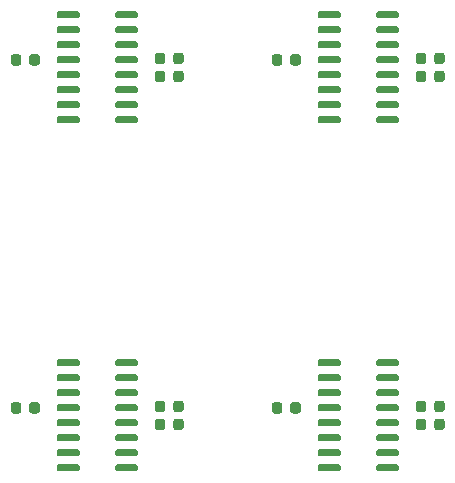
<source format=gtp>
%TF.GenerationSoftware,KiCad,Pcbnew,5.1.7-a382d34a8~87~ubuntu18.04.1*%
%TF.CreationDate,2021-05-06T09:45:45-07:00*%
%TF.ProjectId,multiplexer,6d756c74-6970-46c6-9578-65722e6b6963,rev?*%
%TF.SameCoordinates,Original*%
%TF.FileFunction,Paste,Top*%
%TF.FilePolarity,Positive*%
%FSLAX46Y46*%
G04 Gerber Fmt 4.6, Leading zero omitted, Abs format (unit mm)*
G04 Created by KiCad (PCBNEW 5.1.7-a382d34a8~87~ubuntu18.04.1) date 2021-05-06 09:45:45*
%MOMM*%
%LPD*%
G01*
G04 APERTURE LIST*
G04 APERTURE END LIST*
%TO.C,C1*%
G36*
G01*
X100909000Y-103755000D02*
X100909000Y-103255000D01*
G75*
G02*
X101134000Y-103030000I225000J0D01*
G01*
X101584000Y-103030000D01*
G75*
G02*
X101809000Y-103255000I0J-225000D01*
G01*
X101809000Y-103755000D01*
G75*
G02*
X101584000Y-103980000I-225000J0D01*
G01*
X101134000Y-103980000D01*
G75*
G02*
X100909000Y-103755000I0J225000D01*
G01*
G37*
G36*
G01*
X99359000Y-103755000D02*
X99359000Y-103255000D01*
G75*
G02*
X99584000Y-103030000I225000J0D01*
G01*
X100034000Y-103030000D01*
G75*
G02*
X100259000Y-103255000I0J-225000D01*
G01*
X100259000Y-103755000D01*
G75*
G02*
X100034000Y-103980000I-225000J0D01*
G01*
X99584000Y-103980000D01*
G75*
G02*
X99359000Y-103755000I0J225000D01*
G01*
G37*
%TD*%
%TO.C,C2*%
G36*
G01*
X100909000Y-133219000D02*
X100909000Y-132719000D01*
G75*
G02*
X101134000Y-132494000I225000J0D01*
G01*
X101584000Y-132494000D01*
G75*
G02*
X101809000Y-132719000I0J-225000D01*
G01*
X101809000Y-133219000D01*
G75*
G02*
X101584000Y-133444000I-225000J0D01*
G01*
X101134000Y-133444000D01*
G75*
G02*
X100909000Y-133219000I0J225000D01*
G01*
G37*
G36*
G01*
X99359000Y-133219000D02*
X99359000Y-132719000D01*
G75*
G02*
X99584000Y-132494000I225000J0D01*
G01*
X100034000Y-132494000D01*
G75*
G02*
X100259000Y-132719000I0J-225000D01*
G01*
X100259000Y-133219000D01*
G75*
G02*
X100034000Y-133444000I-225000J0D01*
G01*
X99584000Y-133444000D01*
G75*
G02*
X99359000Y-133219000I0J225000D01*
G01*
G37*
%TD*%
%TO.C,C3*%
G36*
G01*
X111551000Y-103628000D02*
X111551000Y-103128000D01*
G75*
G02*
X111776000Y-102903000I225000J0D01*
G01*
X112226000Y-102903000D01*
G75*
G02*
X112451000Y-103128000I0J-225000D01*
G01*
X112451000Y-103628000D01*
G75*
G02*
X112226000Y-103853000I-225000J0D01*
G01*
X111776000Y-103853000D01*
G75*
G02*
X111551000Y-103628000I0J225000D01*
G01*
G37*
G36*
G01*
X113101000Y-103628000D02*
X113101000Y-103128000D01*
G75*
G02*
X113326000Y-102903000I225000J0D01*
G01*
X113776000Y-102903000D01*
G75*
G02*
X114001000Y-103128000I0J-225000D01*
G01*
X114001000Y-103628000D01*
G75*
G02*
X113776000Y-103853000I-225000J0D01*
G01*
X113326000Y-103853000D01*
G75*
G02*
X113101000Y-103628000I0J225000D01*
G01*
G37*
%TD*%
%TO.C,C4*%
G36*
G01*
X111551000Y-133092000D02*
X111551000Y-132592000D01*
G75*
G02*
X111776000Y-132367000I225000J0D01*
G01*
X112226000Y-132367000D01*
G75*
G02*
X112451000Y-132592000I0J-225000D01*
G01*
X112451000Y-133092000D01*
G75*
G02*
X112226000Y-133317000I-225000J0D01*
G01*
X111776000Y-133317000D01*
G75*
G02*
X111551000Y-133092000I0J225000D01*
G01*
G37*
G36*
G01*
X113101000Y-133092000D02*
X113101000Y-132592000D01*
G75*
G02*
X113326000Y-132367000I225000J0D01*
G01*
X113776000Y-132367000D01*
G75*
G02*
X114001000Y-132592000I0J-225000D01*
G01*
X114001000Y-133092000D01*
G75*
G02*
X113776000Y-133317000I-225000J0D01*
G01*
X113326000Y-133317000D01*
G75*
G02*
X113101000Y-133092000I0J225000D01*
G01*
G37*
%TD*%
%TO.C,C5*%
G36*
G01*
X123007000Y-103755000D02*
X123007000Y-103255000D01*
G75*
G02*
X123232000Y-103030000I225000J0D01*
G01*
X123682000Y-103030000D01*
G75*
G02*
X123907000Y-103255000I0J-225000D01*
G01*
X123907000Y-103755000D01*
G75*
G02*
X123682000Y-103980000I-225000J0D01*
G01*
X123232000Y-103980000D01*
G75*
G02*
X123007000Y-103755000I0J225000D01*
G01*
G37*
G36*
G01*
X121457000Y-103755000D02*
X121457000Y-103255000D01*
G75*
G02*
X121682000Y-103030000I225000J0D01*
G01*
X122132000Y-103030000D01*
G75*
G02*
X122357000Y-103255000I0J-225000D01*
G01*
X122357000Y-103755000D01*
G75*
G02*
X122132000Y-103980000I-225000J0D01*
G01*
X121682000Y-103980000D01*
G75*
G02*
X121457000Y-103755000I0J225000D01*
G01*
G37*
%TD*%
%TO.C,C6*%
G36*
G01*
X121457000Y-133219000D02*
X121457000Y-132719000D01*
G75*
G02*
X121682000Y-132494000I225000J0D01*
G01*
X122132000Y-132494000D01*
G75*
G02*
X122357000Y-132719000I0J-225000D01*
G01*
X122357000Y-133219000D01*
G75*
G02*
X122132000Y-133444000I-225000J0D01*
G01*
X121682000Y-133444000D01*
G75*
G02*
X121457000Y-133219000I0J225000D01*
G01*
G37*
G36*
G01*
X123007000Y-133219000D02*
X123007000Y-132719000D01*
G75*
G02*
X123232000Y-132494000I225000J0D01*
G01*
X123682000Y-132494000D01*
G75*
G02*
X123907000Y-132719000I0J-225000D01*
G01*
X123907000Y-133219000D01*
G75*
G02*
X123682000Y-133444000I-225000J0D01*
G01*
X123232000Y-133444000D01*
G75*
G02*
X123007000Y-133219000I0J225000D01*
G01*
G37*
%TD*%
%TO.C,C7*%
G36*
G01*
X133649000Y-103628000D02*
X133649000Y-103128000D01*
G75*
G02*
X133874000Y-102903000I225000J0D01*
G01*
X134324000Y-102903000D01*
G75*
G02*
X134549000Y-103128000I0J-225000D01*
G01*
X134549000Y-103628000D01*
G75*
G02*
X134324000Y-103853000I-225000J0D01*
G01*
X133874000Y-103853000D01*
G75*
G02*
X133649000Y-103628000I0J225000D01*
G01*
G37*
G36*
G01*
X135199000Y-103628000D02*
X135199000Y-103128000D01*
G75*
G02*
X135424000Y-102903000I225000J0D01*
G01*
X135874000Y-102903000D01*
G75*
G02*
X136099000Y-103128000I0J-225000D01*
G01*
X136099000Y-103628000D01*
G75*
G02*
X135874000Y-103853000I-225000J0D01*
G01*
X135424000Y-103853000D01*
G75*
G02*
X135199000Y-103628000I0J225000D01*
G01*
G37*
%TD*%
%TO.C,C8*%
G36*
G01*
X135199000Y-133092000D02*
X135199000Y-132592000D01*
G75*
G02*
X135424000Y-132367000I225000J0D01*
G01*
X135874000Y-132367000D01*
G75*
G02*
X136099000Y-132592000I0J-225000D01*
G01*
X136099000Y-133092000D01*
G75*
G02*
X135874000Y-133317000I-225000J0D01*
G01*
X135424000Y-133317000D01*
G75*
G02*
X135199000Y-133092000I0J225000D01*
G01*
G37*
G36*
G01*
X133649000Y-133092000D02*
X133649000Y-132592000D01*
G75*
G02*
X133874000Y-132367000I225000J0D01*
G01*
X134324000Y-132367000D01*
G75*
G02*
X134549000Y-132592000I0J-225000D01*
G01*
X134549000Y-133092000D01*
G75*
G02*
X134324000Y-133317000I-225000J0D01*
G01*
X133874000Y-133317000D01*
G75*
G02*
X133649000Y-133092000I0J225000D01*
G01*
G37*
%TD*%
%TO.C,C9*%
G36*
G01*
X111551000Y-105152000D02*
X111551000Y-104652000D01*
G75*
G02*
X111776000Y-104427000I225000J0D01*
G01*
X112226000Y-104427000D01*
G75*
G02*
X112451000Y-104652000I0J-225000D01*
G01*
X112451000Y-105152000D01*
G75*
G02*
X112226000Y-105377000I-225000J0D01*
G01*
X111776000Y-105377000D01*
G75*
G02*
X111551000Y-105152000I0J225000D01*
G01*
G37*
G36*
G01*
X113101000Y-105152000D02*
X113101000Y-104652000D01*
G75*
G02*
X113326000Y-104427000I225000J0D01*
G01*
X113776000Y-104427000D01*
G75*
G02*
X114001000Y-104652000I0J-225000D01*
G01*
X114001000Y-105152000D01*
G75*
G02*
X113776000Y-105377000I-225000J0D01*
G01*
X113326000Y-105377000D01*
G75*
G02*
X113101000Y-105152000I0J225000D01*
G01*
G37*
%TD*%
%TO.C,C10*%
G36*
G01*
X113101000Y-134616000D02*
X113101000Y-134116000D01*
G75*
G02*
X113326000Y-133891000I225000J0D01*
G01*
X113776000Y-133891000D01*
G75*
G02*
X114001000Y-134116000I0J-225000D01*
G01*
X114001000Y-134616000D01*
G75*
G02*
X113776000Y-134841000I-225000J0D01*
G01*
X113326000Y-134841000D01*
G75*
G02*
X113101000Y-134616000I0J225000D01*
G01*
G37*
G36*
G01*
X111551000Y-134616000D02*
X111551000Y-134116000D01*
G75*
G02*
X111776000Y-133891000I225000J0D01*
G01*
X112226000Y-133891000D01*
G75*
G02*
X112451000Y-134116000I0J-225000D01*
G01*
X112451000Y-134616000D01*
G75*
G02*
X112226000Y-134841000I-225000J0D01*
G01*
X111776000Y-134841000D01*
G75*
G02*
X111551000Y-134616000I0J225000D01*
G01*
G37*
%TD*%
%TO.C,C11*%
G36*
G01*
X133649000Y-105152000D02*
X133649000Y-104652000D01*
G75*
G02*
X133874000Y-104427000I225000J0D01*
G01*
X134324000Y-104427000D01*
G75*
G02*
X134549000Y-104652000I0J-225000D01*
G01*
X134549000Y-105152000D01*
G75*
G02*
X134324000Y-105377000I-225000J0D01*
G01*
X133874000Y-105377000D01*
G75*
G02*
X133649000Y-105152000I0J225000D01*
G01*
G37*
G36*
G01*
X135199000Y-105152000D02*
X135199000Y-104652000D01*
G75*
G02*
X135424000Y-104427000I225000J0D01*
G01*
X135874000Y-104427000D01*
G75*
G02*
X136099000Y-104652000I0J-225000D01*
G01*
X136099000Y-105152000D01*
G75*
G02*
X135874000Y-105377000I-225000J0D01*
G01*
X135424000Y-105377000D01*
G75*
G02*
X135199000Y-105152000I0J225000D01*
G01*
G37*
%TD*%
%TO.C,C12*%
G36*
G01*
X135199000Y-134616000D02*
X135199000Y-134116000D01*
G75*
G02*
X135424000Y-133891000I225000J0D01*
G01*
X135874000Y-133891000D01*
G75*
G02*
X136099000Y-134116000I0J-225000D01*
G01*
X136099000Y-134616000D01*
G75*
G02*
X135874000Y-134841000I-225000J0D01*
G01*
X135424000Y-134841000D01*
G75*
G02*
X135199000Y-134616000I0J225000D01*
G01*
G37*
G36*
G01*
X133649000Y-134616000D02*
X133649000Y-134116000D01*
G75*
G02*
X133874000Y-133891000I225000J0D01*
G01*
X134324000Y-133891000D01*
G75*
G02*
X134549000Y-134116000I0J-225000D01*
G01*
X134549000Y-134616000D01*
G75*
G02*
X134324000Y-134841000I-225000J0D01*
G01*
X133874000Y-134841000D01*
G75*
G02*
X133649000Y-134616000I0J225000D01*
G01*
G37*
%TD*%
%TO.C,U1*%
G36*
G01*
X108180000Y-99845000D02*
X108180000Y-99545000D01*
G75*
G02*
X108330000Y-99395000I150000J0D01*
G01*
X109980000Y-99395000D01*
G75*
G02*
X110130000Y-99545000I0J-150000D01*
G01*
X110130000Y-99845000D01*
G75*
G02*
X109980000Y-99995000I-150000J0D01*
G01*
X108330000Y-99995000D01*
G75*
G02*
X108180000Y-99845000I0J150000D01*
G01*
G37*
G36*
G01*
X108180000Y-101115000D02*
X108180000Y-100815000D01*
G75*
G02*
X108330000Y-100665000I150000J0D01*
G01*
X109980000Y-100665000D01*
G75*
G02*
X110130000Y-100815000I0J-150000D01*
G01*
X110130000Y-101115000D01*
G75*
G02*
X109980000Y-101265000I-150000J0D01*
G01*
X108330000Y-101265000D01*
G75*
G02*
X108180000Y-101115000I0J150000D01*
G01*
G37*
G36*
G01*
X108180000Y-102385000D02*
X108180000Y-102085000D01*
G75*
G02*
X108330000Y-101935000I150000J0D01*
G01*
X109980000Y-101935000D01*
G75*
G02*
X110130000Y-102085000I0J-150000D01*
G01*
X110130000Y-102385000D01*
G75*
G02*
X109980000Y-102535000I-150000J0D01*
G01*
X108330000Y-102535000D01*
G75*
G02*
X108180000Y-102385000I0J150000D01*
G01*
G37*
G36*
G01*
X108180000Y-103655000D02*
X108180000Y-103355000D01*
G75*
G02*
X108330000Y-103205000I150000J0D01*
G01*
X109980000Y-103205000D01*
G75*
G02*
X110130000Y-103355000I0J-150000D01*
G01*
X110130000Y-103655000D01*
G75*
G02*
X109980000Y-103805000I-150000J0D01*
G01*
X108330000Y-103805000D01*
G75*
G02*
X108180000Y-103655000I0J150000D01*
G01*
G37*
G36*
G01*
X108180000Y-104925000D02*
X108180000Y-104625000D01*
G75*
G02*
X108330000Y-104475000I150000J0D01*
G01*
X109980000Y-104475000D01*
G75*
G02*
X110130000Y-104625000I0J-150000D01*
G01*
X110130000Y-104925000D01*
G75*
G02*
X109980000Y-105075000I-150000J0D01*
G01*
X108330000Y-105075000D01*
G75*
G02*
X108180000Y-104925000I0J150000D01*
G01*
G37*
G36*
G01*
X108180000Y-106195000D02*
X108180000Y-105895000D01*
G75*
G02*
X108330000Y-105745000I150000J0D01*
G01*
X109980000Y-105745000D01*
G75*
G02*
X110130000Y-105895000I0J-150000D01*
G01*
X110130000Y-106195000D01*
G75*
G02*
X109980000Y-106345000I-150000J0D01*
G01*
X108330000Y-106345000D01*
G75*
G02*
X108180000Y-106195000I0J150000D01*
G01*
G37*
G36*
G01*
X108180000Y-107465000D02*
X108180000Y-107165000D01*
G75*
G02*
X108330000Y-107015000I150000J0D01*
G01*
X109980000Y-107015000D01*
G75*
G02*
X110130000Y-107165000I0J-150000D01*
G01*
X110130000Y-107465000D01*
G75*
G02*
X109980000Y-107615000I-150000J0D01*
G01*
X108330000Y-107615000D01*
G75*
G02*
X108180000Y-107465000I0J150000D01*
G01*
G37*
G36*
G01*
X108180000Y-108735000D02*
X108180000Y-108435000D01*
G75*
G02*
X108330000Y-108285000I150000J0D01*
G01*
X109980000Y-108285000D01*
G75*
G02*
X110130000Y-108435000I0J-150000D01*
G01*
X110130000Y-108735000D01*
G75*
G02*
X109980000Y-108885000I-150000J0D01*
G01*
X108330000Y-108885000D01*
G75*
G02*
X108180000Y-108735000I0J150000D01*
G01*
G37*
G36*
G01*
X103230000Y-108735000D02*
X103230000Y-108435000D01*
G75*
G02*
X103380000Y-108285000I150000J0D01*
G01*
X105030000Y-108285000D01*
G75*
G02*
X105180000Y-108435000I0J-150000D01*
G01*
X105180000Y-108735000D01*
G75*
G02*
X105030000Y-108885000I-150000J0D01*
G01*
X103380000Y-108885000D01*
G75*
G02*
X103230000Y-108735000I0J150000D01*
G01*
G37*
G36*
G01*
X103230000Y-107465000D02*
X103230000Y-107165000D01*
G75*
G02*
X103380000Y-107015000I150000J0D01*
G01*
X105030000Y-107015000D01*
G75*
G02*
X105180000Y-107165000I0J-150000D01*
G01*
X105180000Y-107465000D01*
G75*
G02*
X105030000Y-107615000I-150000J0D01*
G01*
X103380000Y-107615000D01*
G75*
G02*
X103230000Y-107465000I0J150000D01*
G01*
G37*
G36*
G01*
X103230000Y-106195000D02*
X103230000Y-105895000D01*
G75*
G02*
X103380000Y-105745000I150000J0D01*
G01*
X105030000Y-105745000D01*
G75*
G02*
X105180000Y-105895000I0J-150000D01*
G01*
X105180000Y-106195000D01*
G75*
G02*
X105030000Y-106345000I-150000J0D01*
G01*
X103380000Y-106345000D01*
G75*
G02*
X103230000Y-106195000I0J150000D01*
G01*
G37*
G36*
G01*
X103230000Y-104925000D02*
X103230000Y-104625000D01*
G75*
G02*
X103380000Y-104475000I150000J0D01*
G01*
X105030000Y-104475000D01*
G75*
G02*
X105180000Y-104625000I0J-150000D01*
G01*
X105180000Y-104925000D01*
G75*
G02*
X105030000Y-105075000I-150000J0D01*
G01*
X103380000Y-105075000D01*
G75*
G02*
X103230000Y-104925000I0J150000D01*
G01*
G37*
G36*
G01*
X103230000Y-103655000D02*
X103230000Y-103355000D01*
G75*
G02*
X103380000Y-103205000I150000J0D01*
G01*
X105030000Y-103205000D01*
G75*
G02*
X105180000Y-103355000I0J-150000D01*
G01*
X105180000Y-103655000D01*
G75*
G02*
X105030000Y-103805000I-150000J0D01*
G01*
X103380000Y-103805000D01*
G75*
G02*
X103230000Y-103655000I0J150000D01*
G01*
G37*
G36*
G01*
X103230000Y-102385000D02*
X103230000Y-102085000D01*
G75*
G02*
X103380000Y-101935000I150000J0D01*
G01*
X105030000Y-101935000D01*
G75*
G02*
X105180000Y-102085000I0J-150000D01*
G01*
X105180000Y-102385000D01*
G75*
G02*
X105030000Y-102535000I-150000J0D01*
G01*
X103380000Y-102535000D01*
G75*
G02*
X103230000Y-102385000I0J150000D01*
G01*
G37*
G36*
G01*
X103230000Y-101115000D02*
X103230000Y-100815000D01*
G75*
G02*
X103380000Y-100665000I150000J0D01*
G01*
X105030000Y-100665000D01*
G75*
G02*
X105180000Y-100815000I0J-150000D01*
G01*
X105180000Y-101115000D01*
G75*
G02*
X105030000Y-101265000I-150000J0D01*
G01*
X103380000Y-101265000D01*
G75*
G02*
X103230000Y-101115000I0J150000D01*
G01*
G37*
G36*
G01*
X103230000Y-99845000D02*
X103230000Y-99545000D01*
G75*
G02*
X103380000Y-99395000I150000J0D01*
G01*
X105030000Y-99395000D01*
G75*
G02*
X105180000Y-99545000I0J-150000D01*
G01*
X105180000Y-99845000D01*
G75*
G02*
X105030000Y-99995000I-150000J0D01*
G01*
X103380000Y-99995000D01*
G75*
G02*
X103230000Y-99845000I0J150000D01*
G01*
G37*
%TD*%
%TO.C,U2*%
G36*
G01*
X108180000Y-129309000D02*
X108180000Y-129009000D01*
G75*
G02*
X108330000Y-128859000I150000J0D01*
G01*
X109980000Y-128859000D01*
G75*
G02*
X110130000Y-129009000I0J-150000D01*
G01*
X110130000Y-129309000D01*
G75*
G02*
X109980000Y-129459000I-150000J0D01*
G01*
X108330000Y-129459000D01*
G75*
G02*
X108180000Y-129309000I0J150000D01*
G01*
G37*
G36*
G01*
X108180000Y-130579000D02*
X108180000Y-130279000D01*
G75*
G02*
X108330000Y-130129000I150000J0D01*
G01*
X109980000Y-130129000D01*
G75*
G02*
X110130000Y-130279000I0J-150000D01*
G01*
X110130000Y-130579000D01*
G75*
G02*
X109980000Y-130729000I-150000J0D01*
G01*
X108330000Y-130729000D01*
G75*
G02*
X108180000Y-130579000I0J150000D01*
G01*
G37*
G36*
G01*
X108180000Y-131849000D02*
X108180000Y-131549000D01*
G75*
G02*
X108330000Y-131399000I150000J0D01*
G01*
X109980000Y-131399000D01*
G75*
G02*
X110130000Y-131549000I0J-150000D01*
G01*
X110130000Y-131849000D01*
G75*
G02*
X109980000Y-131999000I-150000J0D01*
G01*
X108330000Y-131999000D01*
G75*
G02*
X108180000Y-131849000I0J150000D01*
G01*
G37*
G36*
G01*
X108180000Y-133119000D02*
X108180000Y-132819000D01*
G75*
G02*
X108330000Y-132669000I150000J0D01*
G01*
X109980000Y-132669000D01*
G75*
G02*
X110130000Y-132819000I0J-150000D01*
G01*
X110130000Y-133119000D01*
G75*
G02*
X109980000Y-133269000I-150000J0D01*
G01*
X108330000Y-133269000D01*
G75*
G02*
X108180000Y-133119000I0J150000D01*
G01*
G37*
G36*
G01*
X108180000Y-134389000D02*
X108180000Y-134089000D01*
G75*
G02*
X108330000Y-133939000I150000J0D01*
G01*
X109980000Y-133939000D01*
G75*
G02*
X110130000Y-134089000I0J-150000D01*
G01*
X110130000Y-134389000D01*
G75*
G02*
X109980000Y-134539000I-150000J0D01*
G01*
X108330000Y-134539000D01*
G75*
G02*
X108180000Y-134389000I0J150000D01*
G01*
G37*
G36*
G01*
X108180000Y-135659000D02*
X108180000Y-135359000D01*
G75*
G02*
X108330000Y-135209000I150000J0D01*
G01*
X109980000Y-135209000D01*
G75*
G02*
X110130000Y-135359000I0J-150000D01*
G01*
X110130000Y-135659000D01*
G75*
G02*
X109980000Y-135809000I-150000J0D01*
G01*
X108330000Y-135809000D01*
G75*
G02*
X108180000Y-135659000I0J150000D01*
G01*
G37*
G36*
G01*
X108180000Y-136929000D02*
X108180000Y-136629000D01*
G75*
G02*
X108330000Y-136479000I150000J0D01*
G01*
X109980000Y-136479000D01*
G75*
G02*
X110130000Y-136629000I0J-150000D01*
G01*
X110130000Y-136929000D01*
G75*
G02*
X109980000Y-137079000I-150000J0D01*
G01*
X108330000Y-137079000D01*
G75*
G02*
X108180000Y-136929000I0J150000D01*
G01*
G37*
G36*
G01*
X108180000Y-138199000D02*
X108180000Y-137899000D01*
G75*
G02*
X108330000Y-137749000I150000J0D01*
G01*
X109980000Y-137749000D01*
G75*
G02*
X110130000Y-137899000I0J-150000D01*
G01*
X110130000Y-138199000D01*
G75*
G02*
X109980000Y-138349000I-150000J0D01*
G01*
X108330000Y-138349000D01*
G75*
G02*
X108180000Y-138199000I0J150000D01*
G01*
G37*
G36*
G01*
X103230000Y-138199000D02*
X103230000Y-137899000D01*
G75*
G02*
X103380000Y-137749000I150000J0D01*
G01*
X105030000Y-137749000D01*
G75*
G02*
X105180000Y-137899000I0J-150000D01*
G01*
X105180000Y-138199000D01*
G75*
G02*
X105030000Y-138349000I-150000J0D01*
G01*
X103380000Y-138349000D01*
G75*
G02*
X103230000Y-138199000I0J150000D01*
G01*
G37*
G36*
G01*
X103230000Y-136929000D02*
X103230000Y-136629000D01*
G75*
G02*
X103380000Y-136479000I150000J0D01*
G01*
X105030000Y-136479000D01*
G75*
G02*
X105180000Y-136629000I0J-150000D01*
G01*
X105180000Y-136929000D01*
G75*
G02*
X105030000Y-137079000I-150000J0D01*
G01*
X103380000Y-137079000D01*
G75*
G02*
X103230000Y-136929000I0J150000D01*
G01*
G37*
G36*
G01*
X103230000Y-135659000D02*
X103230000Y-135359000D01*
G75*
G02*
X103380000Y-135209000I150000J0D01*
G01*
X105030000Y-135209000D01*
G75*
G02*
X105180000Y-135359000I0J-150000D01*
G01*
X105180000Y-135659000D01*
G75*
G02*
X105030000Y-135809000I-150000J0D01*
G01*
X103380000Y-135809000D01*
G75*
G02*
X103230000Y-135659000I0J150000D01*
G01*
G37*
G36*
G01*
X103230000Y-134389000D02*
X103230000Y-134089000D01*
G75*
G02*
X103380000Y-133939000I150000J0D01*
G01*
X105030000Y-133939000D01*
G75*
G02*
X105180000Y-134089000I0J-150000D01*
G01*
X105180000Y-134389000D01*
G75*
G02*
X105030000Y-134539000I-150000J0D01*
G01*
X103380000Y-134539000D01*
G75*
G02*
X103230000Y-134389000I0J150000D01*
G01*
G37*
G36*
G01*
X103230000Y-133119000D02*
X103230000Y-132819000D01*
G75*
G02*
X103380000Y-132669000I150000J0D01*
G01*
X105030000Y-132669000D01*
G75*
G02*
X105180000Y-132819000I0J-150000D01*
G01*
X105180000Y-133119000D01*
G75*
G02*
X105030000Y-133269000I-150000J0D01*
G01*
X103380000Y-133269000D01*
G75*
G02*
X103230000Y-133119000I0J150000D01*
G01*
G37*
G36*
G01*
X103230000Y-131849000D02*
X103230000Y-131549000D01*
G75*
G02*
X103380000Y-131399000I150000J0D01*
G01*
X105030000Y-131399000D01*
G75*
G02*
X105180000Y-131549000I0J-150000D01*
G01*
X105180000Y-131849000D01*
G75*
G02*
X105030000Y-131999000I-150000J0D01*
G01*
X103380000Y-131999000D01*
G75*
G02*
X103230000Y-131849000I0J150000D01*
G01*
G37*
G36*
G01*
X103230000Y-130579000D02*
X103230000Y-130279000D01*
G75*
G02*
X103380000Y-130129000I150000J0D01*
G01*
X105030000Y-130129000D01*
G75*
G02*
X105180000Y-130279000I0J-150000D01*
G01*
X105180000Y-130579000D01*
G75*
G02*
X105030000Y-130729000I-150000J0D01*
G01*
X103380000Y-130729000D01*
G75*
G02*
X103230000Y-130579000I0J150000D01*
G01*
G37*
G36*
G01*
X103230000Y-129309000D02*
X103230000Y-129009000D01*
G75*
G02*
X103380000Y-128859000I150000J0D01*
G01*
X105030000Y-128859000D01*
G75*
G02*
X105180000Y-129009000I0J-150000D01*
G01*
X105180000Y-129309000D01*
G75*
G02*
X105030000Y-129459000I-150000J0D01*
G01*
X103380000Y-129459000D01*
G75*
G02*
X103230000Y-129309000I0J150000D01*
G01*
G37*
%TD*%
%TO.C,U3*%
G36*
G01*
X125328000Y-99845000D02*
X125328000Y-99545000D01*
G75*
G02*
X125478000Y-99395000I150000J0D01*
G01*
X127128000Y-99395000D01*
G75*
G02*
X127278000Y-99545000I0J-150000D01*
G01*
X127278000Y-99845000D01*
G75*
G02*
X127128000Y-99995000I-150000J0D01*
G01*
X125478000Y-99995000D01*
G75*
G02*
X125328000Y-99845000I0J150000D01*
G01*
G37*
G36*
G01*
X125328000Y-101115000D02*
X125328000Y-100815000D01*
G75*
G02*
X125478000Y-100665000I150000J0D01*
G01*
X127128000Y-100665000D01*
G75*
G02*
X127278000Y-100815000I0J-150000D01*
G01*
X127278000Y-101115000D01*
G75*
G02*
X127128000Y-101265000I-150000J0D01*
G01*
X125478000Y-101265000D01*
G75*
G02*
X125328000Y-101115000I0J150000D01*
G01*
G37*
G36*
G01*
X125328000Y-102385000D02*
X125328000Y-102085000D01*
G75*
G02*
X125478000Y-101935000I150000J0D01*
G01*
X127128000Y-101935000D01*
G75*
G02*
X127278000Y-102085000I0J-150000D01*
G01*
X127278000Y-102385000D01*
G75*
G02*
X127128000Y-102535000I-150000J0D01*
G01*
X125478000Y-102535000D01*
G75*
G02*
X125328000Y-102385000I0J150000D01*
G01*
G37*
G36*
G01*
X125328000Y-103655000D02*
X125328000Y-103355000D01*
G75*
G02*
X125478000Y-103205000I150000J0D01*
G01*
X127128000Y-103205000D01*
G75*
G02*
X127278000Y-103355000I0J-150000D01*
G01*
X127278000Y-103655000D01*
G75*
G02*
X127128000Y-103805000I-150000J0D01*
G01*
X125478000Y-103805000D01*
G75*
G02*
X125328000Y-103655000I0J150000D01*
G01*
G37*
G36*
G01*
X125328000Y-104925000D02*
X125328000Y-104625000D01*
G75*
G02*
X125478000Y-104475000I150000J0D01*
G01*
X127128000Y-104475000D01*
G75*
G02*
X127278000Y-104625000I0J-150000D01*
G01*
X127278000Y-104925000D01*
G75*
G02*
X127128000Y-105075000I-150000J0D01*
G01*
X125478000Y-105075000D01*
G75*
G02*
X125328000Y-104925000I0J150000D01*
G01*
G37*
G36*
G01*
X125328000Y-106195000D02*
X125328000Y-105895000D01*
G75*
G02*
X125478000Y-105745000I150000J0D01*
G01*
X127128000Y-105745000D01*
G75*
G02*
X127278000Y-105895000I0J-150000D01*
G01*
X127278000Y-106195000D01*
G75*
G02*
X127128000Y-106345000I-150000J0D01*
G01*
X125478000Y-106345000D01*
G75*
G02*
X125328000Y-106195000I0J150000D01*
G01*
G37*
G36*
G01*
X125328000Y-107465000D02*
X125328000Y-107165000D01*
G75*
G02*
X125478000Y-107015000I150000J0D01*
G01*
X127128000Y-107015000D01*
G75*
G02*
X127278000Y-107165000I0J-150000D01*
G01*
X127278000Y-107465000D01*
G75*
G02*
X127128000Y-107615000I-150000J0D01*
G01*
X125478000Y-107615000D01*
G75*
G02*
X125328000Y-107465000I0J150000D01*
G01*
G37*
G36*
G01*
X125328000Y-108735000D02*
X125328000Y-108435000D01*
G75*
G02*
X125478000Y-108285000I150000J0D01*
G01*
X127128000Y-108285000D01*
G75*
G02*
X127278000Y-108435000I0J-150000D01*
G01*
X127278000Y-108735000D01*
G75*
G02*
X127128000Y-108885000I-150000J0D01*
G01*
X125478000Y-108885000D01*
G75*
G02*
X125328000Y-108735000I0J150000D01*
G01*
G37*
G36*
G01*
X130278000Y-108735000D02*
X130278000Y-108435000D01*
G75*
G02*
X130428000Y-108285000I150000J0D01*
G01*
X132078000Y-108285000D01*
G75*
G02*
X132228000Y-108435000I0J-150000D01*
G01*
X132228000Y-108735000D01*
G75*
G02*
X132078000Y-108885000I-150000J0D01*
G01*
X130428000Y-108885000D01*
G75*
G02*
X130278000Y-108735000I0J150000D01*
G01*
G37*
G36*
G01*
X130278000Y-107465000D02*
X130278000Y-107165000D01*
G75*
G02*
X130428000Y-107015000I150000J0D01*
G01*
X132078000Y-107015000D01*
G75*
G02*
X132228000Y-107165000I0J-150000D01*
G01*
X132228000Y-107465000D01*
G75*
G02*
X132078000Y-107615000I-150000J0D01*
G01*
X130428000Y-107615000D01*
G75*
G02*
X130278000Y-107465000I0J150000D01*
G01*
G37*
G36*
G01*
X130278000Y-106195000D02*
X130278000Y-105895000D01*
G75*
G02*
X130428000Y-105745000I150000J0D01*
G01*
X132078000Y-105745000D01*
G75*
G02*
X132228000Y-105895000I0J-150000D01*
G01*
X132228000Y-106195000D01*
G75*
G02*
X132078000Y-106345000I-150000J0D01*
G01*
X130428000Y-106345000D01*
G75*
G02*
X130278000Y-106195000I0J150000D01*
G01*
G37*
G36*
G01*
X130278000Y-104925000D02*
X130278000Y-104625000D01*
G75*
G02*
X130428000Y-104475000I150000J0D01*
G01*
X132078000Y-104475000D01*
G75*
G02*
X132228000Y-104625000I0J-150000D01*
G01*
X132228000Y-104925000D01*
G75*
G02*
X132078000Y-105075000I-150000J0D01*
G01*
X130428000Y-105075000D01*
G75*
G02*
X130278000Y-104925000I0J150000D01*
G01*
G37*
G36*
G01*
X130278000Y-103655000D02*
X130278000Y-103355000D01*
G75*
G02*
X130428000Y-103205000I150000J0D01*
G01*
X132078000Y-103205000D01*
G75*
G02*
X132228000Y-103355000I0J-150000D01*
G01*
X132228000Y-103655000D01*
G75*
G02*
X132078000Y-103805000I-150000J0D01*
G01*
X130428000Y-103805000D01*
G75*
G02*
X130278000Y-103655000I0J150000D01*
G01*
G37*
G36*
G01*
X130278000Y-102385000D02*
X130278000Y-102085000D01*
G75*
G02*
X130428000Y-101935000I150000J0D01*
G01*
X132078000Y-101935000D01*
G75*
G02*
X132228000Y-102085000I0J-150000D01*
G01*
X132228000Y-102385000D01*
G75*
G02*
X132078000Y-102535000I-150000J0D01*
G01*
X130428000Y-102535000D01*
G75*
G02*
X130278000Y-102385000I0J150000D01*
G01*
G37*
G36*
G01*
X130278000Y-101115000D02*
X130278000Y-100815000D01*
G75*
G02*
X130428000Y-100665000I150000J0D01*
G01*
X132078000Y-100665000D01*
G75*
G02*
X132228000Y-100815000I0J-150000D01*
G01*
X132228000Y-101115000D01*
G75*
G02*
X132078000Y-101265000I-150000J0D01*
G01*
X130428000Y-101265000D01*
G75*
G02*
X130278000Y-101115000I0J150000D01*
G01*
G37*
G36*
G01*
X130278000Y-99845000D02*
X130278000Y-99545000D01*
G75*
G02*
X130428000Y-99395000I150000J0D01*
G01*
X132078000Y-99395000D01*
G75*
G02*
X132228000Y-99545000I0J-150000D01*
G01*
X132228000Y-99845000D01*
G75*
G02*
X132078000Y-99995000I-150000J0D01*
G01*
X130428000Y-99995000D01*
G75*
G02*
X130278000Y-99845000I0J150000D01*
G01*
G37*
%TD*%
%TO.C,U4*%
G36*
G01*
X125328000Y-129309000D02*
X125328000Y-129009000D01*
G75*
G02*
X125478000Y-128859000I150000J0D01*
G01*
X127128000Y-128859000D01*
G75*
G02*
X127278000Y-129009000I0J-150000D01*
G01*
X127278000Y-129309000D01*
G75*
G02*
X127128000Y-129459000I-150000J0D01*
G01*
X125478000Y-129459000D01*
G75*
G02*
X125328000Y-129309000I0J150000D01*
G01*
G37*
G36*
G01*
X125328000Y-130579000D02*
X125328000Y-130279000D01*
G75*
G02*
X125478000Y-130129000I150000J0D01*
G01*
X127128000Y-130129000D01*
G75*
G02*
X127278000Y-130279000I0J-150000D01*
G01*
X127278000Y-130579000D01*
G75*
G02*
X127128000Y-130729000I-150000J0D01*
G01*
X125478000Y-130729000D01*
G75*
G02*
X125328000Y-130579000I0J150000D01*
G01*
G37*
G36*
G01*
X125328000Y-131849000D02*
X125328000Y-131549000D01*
G75*
G02*
X125478000Y-131399000I150000J0D01*
G01*
X127128000Y-131399000D01*
G75*
G02*
X127278000Y-131549000I0J-150000D01*
G01*
X127278000Y-131849000D01*
G75*
G02*
X127128000Y-131999000I-150000J0D01*
G01*
X125478000Y-131999000D01*
G75*
G02*
X125328000Y-131849000I0J150000D01*
G01*
G37*
G36*
G01*
X125328000Y-133119000D02*
X125328000Y-132819000D01*
G75*
G02*
X125478000Y-132669000I150000J0D01*
G01*
X127128000Y-132669000D01*
G75*
G02*
X127278000Y-132819000I0J-150000D01*
G01*
X127278000Y-133119000D01*
G75*
G02*
X127128000Y-133269000I-150000J0D01*
G01*
X125478000Y-133269000D01*
G75*
G02*
X125328000Y-133119000I0J150000D01*
G01*
G37*
G36*
G01*
X125328000Y-134389000D02*
X125328000Y-134089000D01*
G75*
G02*
X125478000Y-133939000I150000J0D01*
G01*
X127128000Y-133939000D01*
G75*
G02*
X127278000Y-134089000I0J-150000D01*
G01*
X127278000Y-134389000D01*
G75*
G02*
X127128000Y-134539000I-150000J0D01*
G01*
X125478000Y-134539000D01*
G75*
G02*
X125328000Y-134389000I0J150000D01*
G01*
G37*
G36*
G01*
X125328000Y-135659000D02*
X125328000Y-135359000D01*
G75*
G02*
X125478000Y-135209000I150000J0D01*
G01*
X127128000Y-135209000D01*
G75*
G02*
X127278000Y-135359000I0J-150000D01*
G01*
X127278000Y-135659000D01*
G75*
G02*
X127128000Y-135809000I-150000J0D01*
G01*
X125478000Y-135809000D01*
G75*
G02*
X125328000Y-135659000I0J150000D01*
G01*
G37*
G36*
G01*
X125328000Y-136929000D02*
X125328000Y-136629000D01*
G75*
G02*
X125478000Y-136479000I150000J0D01*
G01*
X127128000Y-136479000D01*
G75*
G02*
X127278000Y-136629000I0J-150000D01*
G01*
X127278000Y-136929000D01*
G75*
G02*
X127128000Y-137079000I-150000J0D01*
G01*
X125478000Y-137079000D01*
G75*
G02*
X125328000Y-136929000I0J150000D01*
G01*
G37*
G36*
G01*
X125328000Y-138199000D02*
X125328000Y-137899000D01*
G75*
G02*
X125478000Y-137749000I150000J0D01*
G01*
X127128000Y-137749000D01*
G75*
G02*
X127278000Y-137899000I0J-150000D01*
G01*
X127278000Y-138199000D01*
G75*
G02*
X127128000Y-138349000I-150000J0D01*
G01*
X125478000Y-138349000D01*
G75*
G02*
X125328000Y-138199000I0J150000D01*
G01*
G37*
G36*
G01*
X130278000Y-138199000D02*
X130278000Y-137899000D01*
G75*
G02*
X130428000Y-137749000I150000J0D01*
G01*
X132078000Y-137749000D01*
G75*
G02*
X132228000Y-137899000I0J-150000D01*
G01*
X132228000Y-138199000D01*
G75*
G02*
X132078000Y-138349000I-150000J0D01*
G01*
X130428000Y-138349000D01*
G75*
G02*
X130278000Y-138199000I0J150000D01*
G01*
G37*
G36*
G01*
X130278000Y-136929000D02*
X130278000Y-136629000D01*
G75*
G02*
X130428000Y-136479000I150000J0D01*
G01*
X132078000Y-136479000D01*
G75*
G02*
X132228000Y-136629000I0J-150000D01*
G01*
X132228000Y-136929000D01*
G75*
G02*
X132078000Y-137079000I-150000J0D01*
G01*
X130428000Y-137079000D01*
G75*
G02*
X130278000Y-136929000I0J150000D01*
G01*
G37*
G36*
G01*
X130278000Y-135659000D02*
X130278000Y-135359000D01*
G75*
G02*
X130428000Y-135209000I150000J0D01*
G01*
X132078000Y-135209000D01*
G75*
G02*
X132228000Y-135359000I0J-150000D01*
G01*
X132228000Y-135659000D01*
G75*
G02*
X132078000Y-135809000I-150000J0D01*
G01*
X130428000Y-135809000D01*
G75*
G02*
X130278000Y-135659000I0J150000D01*
G01*
G37*
G36*
G01*
X130278000Y-134389000D02*
X130278000Y-134089000D01*
G75*
G02*
X130428000Y-133939000I150000J0D01*
G01*
X132078000Y-133939000D01*
G75*
G02*
X132228000Y-134089000I0J-150000D01*
G01*
X132228000Y-134389000D01*
G75*
G02*
X132078000Y-134539000I-150000J0D01*
G01*
X130428000Y-134539000D01*
G75*
G02*
X130278000Y-134389000I0J150000D01*
G01*
G37*
G36*
G01*
X130278000Y-133119000D02*
X130278000Y-132819000D01*
G75*
G02*
X130428000Y-132669000I150000J0D01*
G01*
X132078000Y-132669000D01*
G75*
G02*
X132228000Y-132819000I0J-150000D01*
G01*
X132228000Y-133119000D01*
G75*
G02*
X132078000Y-133269000I-150000J0D01*
G01*
X130428000Y-133269000D01*
G75*
G02*
X130278000Y-133119000I0J150000D01*
G01*
G37*
G36*
G01*
X130278000Y-131849000D02*
X130278000Y-131549000D01*
G75*
G02*
X130428000Y-131399000I150000J0D01*
G01*
X132078000Y-131399000D01*
G75*
G02*
X132228000Y-131549000I0J-150000D01*
G01*
X132228000Y-131849000D01*
G75*
G02*
X132078000Y-131999000I-150000J0D01*
G01*
X130428000Y-131999000D01*
G75*
G02*
X130278000Y-131849000I0J150000D01*
G01*
G37*
G36*
G01*
X130278000Y-130579000D02*
X130278000Y-130279000D01*
G75*
G02*
X130428000Y-130129000I150000J0D01*
G01*
X132078000Y-130129000D01*
G75*
G02*
X132228000Y-130279000I0J-150000D01*
G01*
X132228000Y-130579000D01*
G75*
G02*
X132078000Y-130729000I-150000J0D01*
G01*
X130428000Y-130729000D01*
G75*
G02*
X130278000Y-130579000I0J150000D01*
G01*
G37*
G36*
G01*
X130278000Y-129309000D02*
X130278000Y-129009000D01*
G75*
G02*
X130428000Y-128859000I150000J0D01*
G01*
X132078000Y-128859000D01*
G75*
G02*
X132228000Y-129009000I0J-150000D01*
G01*
X132228000Y-129309000D01*
G75*
G02*
X132078000Y-129459000I-150000J0D01*
G01*
X130428000Y-129459000D01*
G75*
G02*
X130278000Y-129309000I0J150000D01*
G01*
G37*
%TD*%
M02*

</source>
